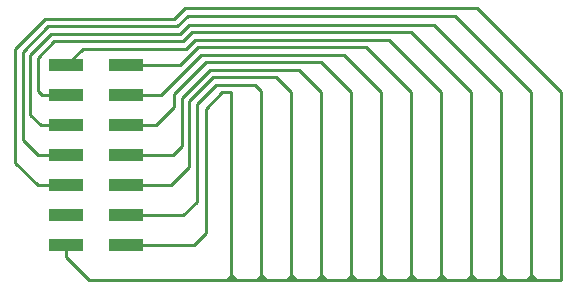
<source format=gbr>
%TF.GenerationSoftware,KiCad,Pcbnew,(5.1.6)-1*%
%TF.CreationDate,2022-05-26T19:01:38-04:00*%
%TF.ProjectId,sensor_v1,73656e73-6f72-45f7-9631-2e6b69636164,rev?*%
%TF.SameCoordinates,Original*%
%TF.FileFunction,Copper,L1,Top*%
%TF.FilePolarity,Positive*%
%FSLAX46Y46*%
G04 Gerber Fmt 4.6, Leading zero omitted, Abs format (unit mm)*
G04 Created by KiCad (PCBNEW (5.1.6)-1) date 2022-05-26 19:01:38*
%MOMM*%
%LPD*%
G01*
G04 APERTURE LIST*
%TA.AperFunction,SMDPad,CuDef*%
%ADD10R,3.000000X1.000000*%
%TD*%
%TA.AperFunction,Conductor*%
%ADD11C,0.250000*%
%TD*%
G04 APERTURE END LIST*
D10*
%TO.P,REF\u002A\u002A,1*%
%TO.N,N/C*%
X102977000Y-76327000D03*
%TO.P,REF\u002A\u002A,2*%
X97937000Y-76327000D03*
%TO.P,REF\u002A\u002A,3*%
X102977000Y-78867000D03*
%TO.P,REF\u002A\u002A,4*%
X97937000Y-78867000D03*
%TO.P,REF\u002A\u002A,5*%
X102977000Y-81407000D03*
%TO.P,REF\u002A\u002A,6*%
X97937000Y-81407000D03*
%TO.P,REF\u002A\u002A,7*%
X102977000Y-83947000D03*
%TO.P,REF\u002A\u002A,8*%
X97937000Y-83947000D03*
%TO.P,REF\u002A\u002A,9*%
X102977000Y-86487000D03*
%TO.P,REF\u002A\u002A,10*%
X97937000Y-86487000D03*
%TO.P,REF\u002A\u002A,11*%
X102977000Y-89027000D03*
%TO.P,REF\u002A\u002A,12*%
X97937000Y-89027000D03*
%TO.P,REF\u002A\u002A,13*%
X102977000Y-91567000D03*
%TO.P,REF\u002A\u002A,14*%
X97937000Y-91567000D03*
%TD*%
D11*
%TO.N,*%
X108077000Y-74930000D02*
X99334000Y-74930000D01*
X108839000Y-74168000D02*
X108077000Y-74930000D01*
X129667000Y-78613000D02*
X125222000Y-74168000D01*
X125222000Y-74168000D02*
X108839000Y-74168000D01*
X132207000Y-78613000D02*
X127127000Y-73533000D01*
X96901000Y-74295000D02*
X95504000Y-75692000D01*
X95504000Y-75692000D02*
X95504000Y-78486000D01*
X95885000Y-78867000D02*
X97937000Y-78867000D01*
X95504000Y-78486000D02*
X95885000Y-78867000D01*
X108585000Y-73533000D02*
X107823000Y-74295000D01*
X107823000Y-74295000D02*
X96901000Y-74295000D01*
X127127000Y-73533000D02*
X108585000Y-73533000D01*
X107315000Y-73025000D02*
X96393000Y-73025000D01*
X95504000Y-83947000D02*
X97937000Y-83947000D01*
X94234000Y-75184000D02*
X94234000Y-82677000D01*
X137287000Y-78613000D02*
X130810000Y-72136000D01*
X108204000Y-72136000D02*
X107315000Y-73025000D01*
X130810000Y-72136000D02*
X108204000Y-72136000D01*
X96393000Y-73025000D02*
X94234000Y-75184000D01*
X94234000Y-82677000D02*
X95504000Y-83947000D01*
X109728000Y-80010000D02*
X109728000Y-90551000D01*
X109728000Y-90551000D02*
X108712000Y-91567000D01*
X108712000Y-91567000D02*
X102977000Y-91567000D01*
X111125000Y-78613000D02*
X109728000Y-80010000D01*
X111887000Y-78613000D02*
X111125000Y-78613000D01*
X105537000Y-81407000D02*
X102977000Y-81407000D01*
X122047000Y-78613000D02*
X119507000Y-76073000D01*
X109728000Y-76073000D02*
X107061000Y-78740000D01*
X95504000Y-86487000D02*
X97937000Y-86487000D01*
X132715000Y-71501000D02*
X107950000Y-71501000D01*
X119507000Y-76073000D02*
X109728000Y-76073000D01*
X107061000Y-78740000D02*
X107061000Y-79883000D01*
X107061000Y-72390000D02*
X96139000Y-72390000D01*
X139827000Y-94488000D02*
X139827000Y-78613000D01*
X107569000Y-76327000D02*
X102977000Y-76327000D01*
X108331000Y-79375000D02*
X108331000Y-84963000D01*
X139827000Y-78613000D02*
X132715000Y-71501000D01*
X123317000Y-74803000D02*
X109093000Y-74803000D01*
X93599000Y-84582000D02*
X95504000Y-86487000D01*
X93599000Y-74930000D02*
X93599000Y-84582000D01*
X109093000Y-74803000D02*
X107569000Y-76327000D01*
X106807000Y-86487000D02*
X102977000Y-86487000D01*
X115697000Y-77343000D02*
X110363000Y-77343000D01*
X107950000Y-71501000D02*
X107061000Y-72390000D01*
X108331000Y-84963000D02*
X106807000Y-86487000D01*
X110363000Y-77343000D02*
X108331000Y-79375000D01*
X96139000Y-72390000D02*
X93599000Y-74930000D01*
X116967000Y-78613000D02*
X115697000Y-77343000D01*
X107061000Y-79883000D02*
X105537000Y-81407000D01*
X110617000Y-77978000D02*
X108966000Y-79629000D01*
X121412000Y-75438000D02*
X109347000Y-75438000D01*
X99822000Y-94488000D02*
X97937000Y-92603000D01*
X99334000Y-74930000D02*
X97937000Y-76327000D01*
X96647000Y-73660000D02*
X94869000Y-75438000D01*
X109347000Y-75438000D02*
X105918000Y-78867000D01*
X95758000Y-81407000D02*
X97937000Y-81407000D01*
X108966000Y-79629000D02*
X108966000Y-87884000D01*
X94869000Y-80518000D02*
X95758000Y-81407000D01*
X105918000Y-78867000D02*
X102977000Y-78867000D01*
X124587000Y-78613000D02*
X121412000Y-75438000D01*
X108966000Y-87884000D02*
X107823000Y-89027000D01*
X107823000Y-89027000D02*
X102977000Y-89027000D01*
X114427000Y-78486000D02*
X113919000Y-77978000D01*
X134747000Y-78613000D02*
X129032000Y-72898000D01*
X113919000Y-77978000D02*
X110617000Y-77978000D01*
X97937000Y-92603000D02*
X97937000Y-91567000D01*
X127127000Y-78613000D02*
X123317000Y-74803000D01*
X129032000Y-72898000D02*
X108331000Y-72898000D01*
X110109000Y-76708000D02*
X107696000Y-79121000D01*
X119507000Y-78613000D02*
X117602000Y-76708000D01*
X107569000Y-73660000D02*
X96647000Y-73660000D01*
X117602000Y-76708000D02*
X110109000Y-76708000D01*
X107696000Y-79121000D02*
X107696000Y-83185000D01*
X94869000Y-75438000D02*
X94869000Y-80518000D01*
X108331000Y-72898000D02*
X107569000Y-73660000D01*
X106934000Y-83947000D02*
X102977000Y-83947000D01*
X107696000Y-83185000D02*
X106934000Y-83947000D01*
X111887000Y-94107000D02*
X111506000Y-94488000D01*
X111506000Y-94488000D02*
X99822000Y-94488000D01*
X111887000Y-94107000D02*
X111887000Y-78613000D01*
X111887000Y-94488000D02*
X111506000Y-94488000D01*
X111887000Y-94488000D02*
X111887000Y-94107000D01*
X111887000Y-94488000D02*
X112268000Y-94488000D01*
X111887000Y-94107000D02*
X112268000Y-94488000D01*
X114427000Y-94107000D02*
X114046000Y-94488000D01*
X114427000Y-94488000D02*
X114427000Y-93980000D01*
X114427000Y-93980000D02*
X114427000Y-78486000D01*
X112268000Y-94488000D02*
X114046000Y-94488000D01*
X114427000Y-93980000D02*
X114427000Y-94107000D01*
X114427000Y-94107000D02*
X114808000Y-94488000D01*
X114046000Y-94488000D02*
X114808000Y-94488000D01*
X116967000Y-94107000D02*
X116586000Y-94488000D01*
X116967000Y-93980000D02*
X116967000Y-78613000D01*
X114808000Y-94488000D02*
X116586000Y-94488000D01*
X116967000Y-94488000D02*
X116967000Y-93980000D01*
X116967000Y-94107000D02*
X117348000Y-94488000D01*
X116967000Y-93980000D02*
X116967000Y-94107000D01*
X116586000Y-94488000D02*
X117348000Y-94488000D01*
X119507000Y-94488000D02*
X119507000Y-93980000D01*
X119507000Y-93980000D02*
X119507000Y-78613000D01*
X117348000Y-94488000D02*
X119126000Y-94488000D01*
X119507000Y-94107000D02*
X119126000Y-94488000D01*
X119507000Y-93980000D02*
X119507000Y-94107000D01*
X119126000Y-94488000D02*
X119888000Y-94488000D01*
X119507000Y-94107000D02*
X119888000Y-94488000D01*
X122047000Y-94107000D02*
X121666000Y-94488000D01*
X122047000Y-94488000D02*
X122047000Y-93980000D01*
X122047000Y-93980000D02*
X122047000Y-78613000D01*
X119888000Y-94488000D02*
X121666000Y-94488000D01*
X122047000Y-93980000D02*
X122047000Y-94107000D01*
X121666000Y-94488000D02*
X122428000Y-94488000D01*
X122047000Y-94107000D02*
X122428000Y-94488000D01*
X124587000Y-94107000D02*
X124206000Y-94488000D01*
X124587000Y-94488000D02*
X124587000Y-93980000D01*
X124587000Y-93980000D02*
X124587000Y-78613000D01*
X122428000Y-94488000D02*
X124206000Y-94488000D01*
X124587000Y-93980000D02*
X124587000Y-94107000D01*
X124587000Y-94107000D02*
X124968000Y-94488000D01*
X124206000Y-94488000D02*
X124968000Y-94488000D01*
X127127000Y-94107000D02*
X126746000Y-94488000D01*
X127127000Y-94488000D02*
X127127000Y-93980000D01*
X127127000Y-93980000D02*
X127127000Y-78613000D01*
X124968000Y-94488000D02*
X126746000Y-94488000D01*
X127127000Y-94107000D02*
X127508000Y-94488000D01*
X127127000Y-93980000D02*
X127127000Y-94107000D01*
X126746000Y-94488000D02*
X127508000Y-94488000D01*
X129667000Y-94107000D02*
X129286000Y-94488000D01*
X129667000Y-94488000D02*
X129667000Y-93980000D01*
X129667000Y-93980000D02*
X129667000Y-78613000D01*
X127508000Y-94488000D02*
X129286000Y-94488000D01*
X129667000Y-93980000D02*
X129667000Y-94107000D01*
X129286000Y-94488000D02*
X130048000Y-94488000D01*
X129667000Y-94107000D02*
X130048000Y-94488000D01*
X132207000Y-94107000D02*
X131826000Y-94488000D01*
X132207000Y-94488000D02*
X132207000Y-93980000D01*
X132207000Y-93980000D02*
X132207000Y-78613000D01*
X130048000Y-94488000D02*
X131826000Y-94488000D01*
X132207000Y-94107000D02*
X132588000Y-94488000D01*
X132207000Y-93980000D02*
X132207000Y-94107000D01*
X131826000Y-94488000D02*
X132588000Y-94488000D01*
X134747000Y-94107000D02*
X134366000Y-94488000D01*
X134747000Y-94488000D02*
X134747000Y-93980000D01*
X134747000Y-93980000D02*
X134747000Y-78613000D01*
X132588000Y-94488000D02*
X134366000Y-94488000D01*
X134747000Y-94107000D02*
X135128000Y-94488000D01*
X134747000Y-93980000D02*
X134747000Y-94107000D01*
X134366000Y-94488000D02*
X135128000Y-94488000D01*
X137287000Y-94107000D02*
X136906000Y-94488000D01*
X137287000Y-93980000D02*
X137287000Y-78613000D01*
X137287000Y-94488000D02*
X137287000Y-93980000D01*
X135128000Y-94488000D02*
X136906000Y-94488000D01*
X137287000Y-94107000D02*
X137668000Y-94488000D01*
X137287000Y-93980000D02*
X137287000Y-94107000D01*
X136906000Y-94488000D02*
X137668000Y-94488000D01*
X137668000Y-94488000D02*
X139827000Y-94488000D01*
%TD*%
M02*

</source>
